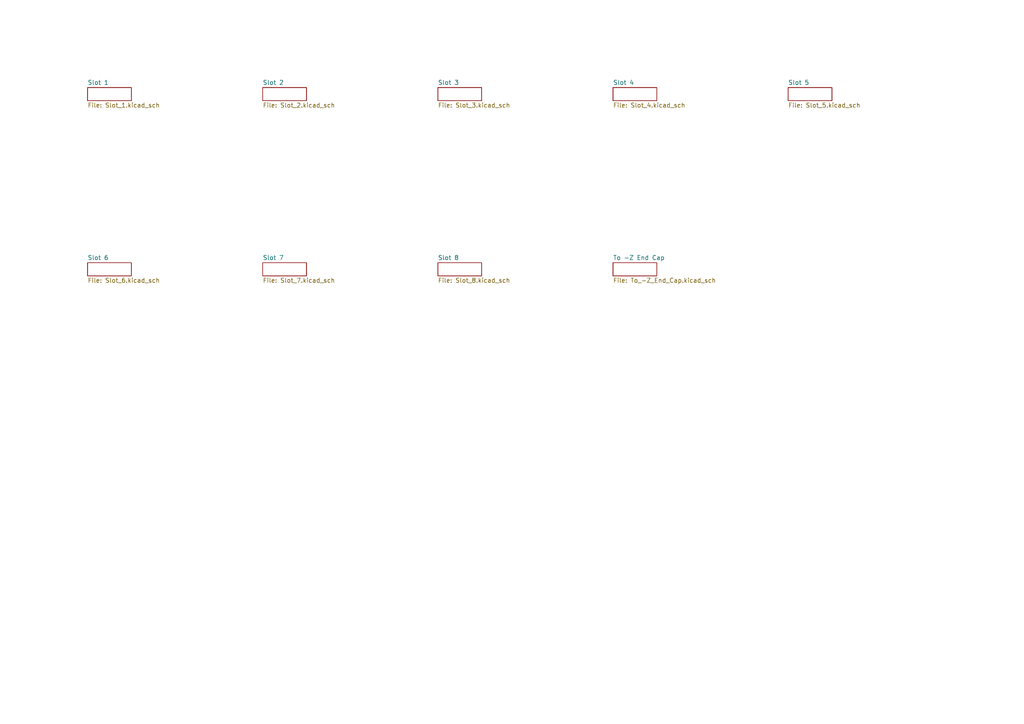
<source format=kicad_sch>
(kicad_sch (version 20211123) (generator eeschema)
  (paper "A4")
  (lib_symbols)
  (sheet (at 127 76.2) (size 12.7 3.81)
    (property "Sheet name" "Slot 8" (at 127 75.4884 0) (effects (justify left bottom)))
    (property "Sheet file" "Slot_8.kicad_sch" (at 127 80.5946 0) (effects (justify left top)))
  )
  (sheet (at 76.2 76.2) (size 12.7 3.81)
    (property "Sheet name" "Slot 7" (at 76.2 75.4884 0) (effects (justify left bottom)))
    (property "Sheet file" "Slot_7.kicad_sch" (at 76.2 80.5946 0) (effects (justify left top)))
  )
  (sheet (at 228.6 25.4) (size 12.7 3.81)
    (property "Sheet name" "Slot 5" (at 228.6 24.6884 0) (effects (justify left bottom)))
    (property "Sheet file" "Slot_5.kicad_sch" (at 228.6 29.7946 0) (effects (justify left top)))
  )
  (sheet (at 177.8 76.2) (size 12.7 3.81)
    (property "Sheet name" "To -Z End Cap" (at 177.8 75.4884 0) (effects (justify left bottom)))
    (property "Sheet file" "To_-Z_End_Cap.kicad_sch" (at 177.8 80.5946 0) (effects (justify left top)))
  )
  (sheet (at 25.4 25.4) (size 12.7 3.81)
    (property "Sheet name" "Slot 1" (at 25.4 24.6884 0) (effects (justify left bottom)))
    (property "Sheet file" "Slot_1.kicad_sch" (at 25.4 29.7946 0) (effects (justify left top)))
  )
  (sheet (at 177.8 25.4) (size 12.7 3.81)
    (property "Sheet name" "Slot 4" (at 177.8 24.6884 0) (effects (justify left bottom)))
    (property "Sheet file" "Slot_4.kicad_sch" (at 177.8 29.7946 0) (effects (justify left top)))
  )
  (sheet (at 127 25.4) (size 12.7 3.81)
    (property "Sheet name" "Slot 3" (at 127 24.6884 0) (effects (justify left bottom)))
    (property "Sheet file" "Slot_3.kicad_sch" (at 127 29.7946 0) (effects (justify left top)))
  )
  (sheet (at 76.2 25.4) (size 12.7 3.81)
    (property "Sheet name" "Slot 2" (at 76.2 24.6884 0) (effects (justify left bottom)))
    (property "Sheet file" "Slot_2.kicad_sch" (at 76.2 29.7946 0) (effects (justify left top)))
  )
  (sheet (at 25.4 76.2) (size 12.7 3.81)
    (property "Sheet name" "Slot 6" (at 25.4 75.4884 0) (effects (justify left bottom)))
    (property "Sheet file" "Slot_6.kicad_sch" (at 25.4 80.5946 0) (effects (justify left top)))
  )
)
</source>
